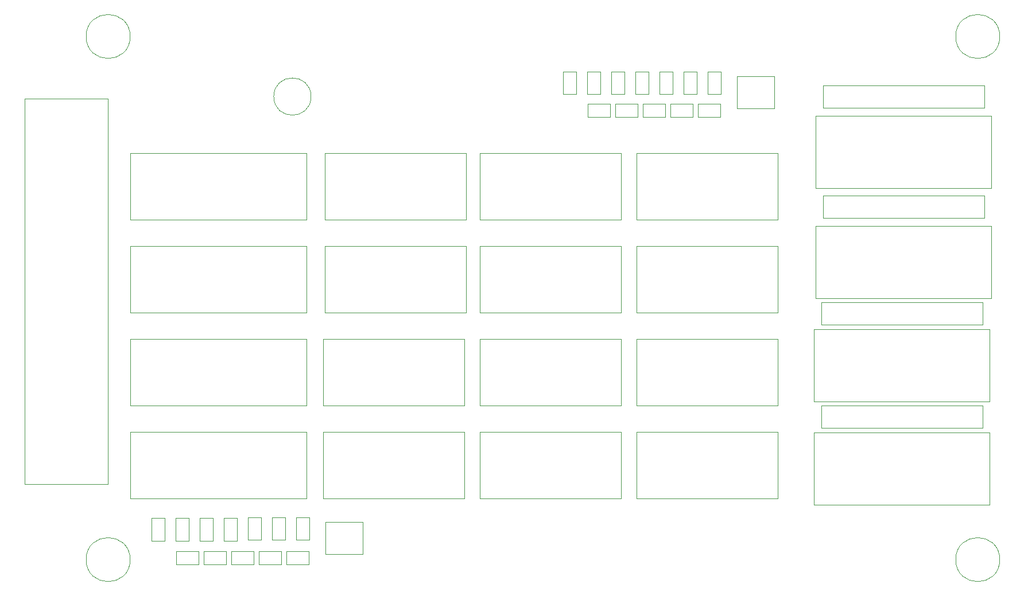
<source format=gbr>
%TF.GenerationSoftware,KiCad,Pcbnew,(5.1.10-1-10_14)*%
%TF.CreationDate,2021-08-16T01:31:51-04:00*%
%TF.ProjectId,sound,736f756e-642e-46b6-9963-61645f706362,rev?*%
%TF.SameCoordinates,Original*%
%TF.FileFunction,Other,User*%
%FSLAX46Y46*%
G04 Gerber Fmt 4.6, Leading zero omitted, Abs format (unit mm)*
G04 Created by KiCad (PCBNEW (5.1.10-1-10_14)) date 2021-08-16 01:31:51*
%MOMM*%
%LPD*%
G01*
G04 APERTURE LIST*
%ADD10C,0.050000*%
G04 APERTURE END LIST*
D10*
%TO.C,REF\u002A\u002A*%
X267410000Y-105410000D02*
G75*
G03*
X267410000Y-105410000I-3250000J0D01*
G01*
X267410000Y-28194000D02*
G75*
G03*
X267410000Y-28194000I-3250000J0D01*
G01*
%TO.C,U16*%
X213842000Y-68918000D02*
X234692000Y-68918000D01*
X234692000Y-68918000D02*
X234692000Y-59118000D01*
X234692000Y-59118000D02*
X213842000Y-59118000D01*
X213842000Y-59118000D02*
X213842000Y-68918000D01*
%TO.C,U15*%
X190728000Y-68918000D02*
X211578000Y-68918000D01*
X211578000Y-68918000D02*
X211578000Y-59118000D01*
X211578000Y-59118000D02*
X190728000Y-59118000D01*
X190728000Y-59118000D02*
X190728000Y-68918000D01*
%TO.C,U14*%
X167868000Y-68918000D02*
X188718000Y-68918000D01*
X188718000Y-68918000D02*
X188718000Y-59118000D01*
X188718000Y-59118000D02*
X167868000Y-59118000D01*
X167868000Y-59118000D02*
X167868000Y-68918000D01*
%TO.C,U13*%
X139166000Y-68918000D02*
X165116000Y-68918000D01*
X165116000Y-68918000D02*
X165116000Y-59118000D01*
X165116000Y-59118000D02*
X139166000Y-59118000D01*
X139166000Y-59118000D02*
X139166000Y-68918000D01*
%TO.C,U12*%
X213842000Y-55202000D02*
X234692000Y-55202000D01*
X234692000Y-55202000D02*
X234692000Y-45402000D01*
X234692000Y-45402000D02*
X213842000Y-45402000D01*
X213842000Y-45402000D02*
X213842000Y-55202000D01*
%TO.C,U11*%
X139166000Y-55202000D02*
X165116000Y-55202000D01*
X165116000Y-55202000D02*
X165116000Y-45402000D01*
X165116000Y-45402000D02*
X139166000Y-45402000D01*
X139166000Y-45402000D02*
X139166000Y-55202000D01*
%TO.C,U7*%
X190728000Y-55202000D02*
X211578000Y-55202000D01*
X211578000Y-55202000D02*
X211578000Y-45402000D01*
X211578000Y-45402000D02*
X190728000Y-45402000D01*
X190728000Y-45402000D02*
X190728000Y-55202000D01*
%TO.C,U5*%
X167868000Y-55202000D02*
X188718000Y-55202000D01*
X188718000Y-55202000D02*
X188718000Y-45402000D01*
X188718000Y-45402000D02*
X167868000Y-45402000D01*
X167868000Y-45402000D02*
X167868000Y-55202000D01*
%TO.C,RN4*%
X241378000Y-35434000D02*
X241378000Y-38734000D01*
X241378000Y-38734000D02*
X265128000Y-38734000D01*
X265128000Y-38734000D02*
X265128000Y-35434000D01*
X265128000Y-35434000D02*
X241378000Y-35434000D01*
%TO.C,RN3*%
X241378000Y-51690000D02*
X241378000Y-54990000D01*
X241378000Y-54990000D02*
X265128000Y-54990000D01*
X265128000Y-54990000D02*
X265128000Y-51690000D01*
X265128000Y-51690000D02*
X241378000Y-51690000D01*
%TO.C,R24*%
X206568000Y-33372000D02*
X208468000Y-33372000D01*
X208468000Y-33372000D02*
X208468000Y-36732000D01*
X208468000Y-36732000D02*
X206568000Y-36732000D01*
X206568000Y-36732000D02*
X206568000Y-33372000D01*
%TO.C,R23*%
X203012000Y-33372000D02*
X204912000Y-33372000D01*
X204912000Y-33372000D02*
X204912000Y-36732000D01*
X204912000Y-36732000D02*
X203012000Y-36732000D01*
X203012000Y-36732000D02*
X203012000Y-33372000D01*
%TO.C,R22*%
X206600000Y-40066000D02*
X206600000Y-38166000D01*
X206600000Y-38166000D02*
X209960000Y-38166000D01*
X209960000Y-38166000D02*
X209960000Y-40066000D01*
X209960000Y-40066000D02*
X206600000Y-40066000D01*
%TO.C,R21*%
X210124000Y-33372000D02*
X212024000Y-33372000D01*
X212024000Y-33372000D02*
X212024000Y-36732000D01*
X212024000Y-36732000D02*
X210124000Y-36732000D01*
X210124000Y-36732000D02*
X210124000Y-33372000D01*
%TO.C,R20*%
X210664000Y-40066000D02*
X210664000Y-38166000D01*
X210664000Y-38166000D02*
X214024000Y-38166000D01*
X214024000Y-38166000D02*
X214024000Y-40066000D01*
X214024000Y-40066000D02*
X210664000Y-40066000D01*
%TO.C,R19*%
X213680000Y-33372000D02*
X215580000Y-33372000D01*
X215580000Y-33372000D02*
X215580000Y-36732000D01*
X215580000Y-36732000D02*
X213680000Y-36732000D01*
X213680000Y-36732000D02*
X213680000Y-33372000D01*
%TO.C,R18*%
X214728000Y-40066000D02*
X214728000Y-38166000D01*
X214728000Y-38166000D02*
X218088000Y-38166000D01*
X218088000Y-38166000D02*
X218088000Y-40066000D01*
X218088000Y-40066000D02*
X214728000Y-40066000D01*
%TO.C,R17*%
X217236000Y-33372000D02*
X219136000Y-33372000D01*
X219136000Y-33372000D02*
X219136000Y-36732000D01*
X219136000Y-36732000D02*
X217236000Y-36732000D01*
X217236000Y-36732000D02*
X217236000Y-33372000D01*
%TO.C,R16*%
X218792000Y-40066000D02*
X218792000Y-38166000D01*
X218792000Y-38166000D02*
X222152000Y-38166000D01*
X222152000Y-38166000D02*
X222152000Y-40066000D01*
X222152000Y-40066000D02*
X218792000Y-40066000D01*
%TO.C,R15*%
X220792000Y-33372000D02*
X222692000Y-33372000D01*
X222692000Y-33372000D02*
X222692000Y-36732000D01*
X222692000Y-36732000D02*
X220792000Y-36732000D01*
X220792000Y-36732000D02*
X220792000Y-33372000D01*
%TO.C,R14*%
X222856000Y-40066000D02*
X222856000Y-38166000D01*
X222856000Y-38166000D02*
X226216000Y-38166000D01*
X226216000Y-38166000D02*
X226216000Y-40066000D01*
X226216000Y-40066000D02*
X222856000Y-40066000D01*
%TO.C,R13*%
X224348000Y-33372000D02*
X226248000Y-33372000D01*
X226248000Y-33372000D02*
X226248000Y-36732000D01*
X226248000Y-36732000D02*
X224348000Y-36732000D01*
X224348000Y-36732000D02*
X224348000Y-33372000D01*
%TO.C,Q2*%
X228664000Y-34100000D02*
X234124000Y-34100000D01*
X228664000Y-34100000D02*
X228664000Y-38840000D01*
X234124000Y-38840000D02*
X234124000Y-34100000D01*
X234124000Y-38840000D02*
X228664000Y-38840000D01*
%TO.C,J69*%
X135862000Y-37366000D02*
X123562000Y-37366000D01*
X123562000Y-37366000D02*
X123562000Y-94266000D01*
X123562000Y-94266000D02*
X135862000Y-94266000D01*
X135862000Y-94266000D02*
X135862000Y-37366000D01*
%TO.C,BAR4*%
X266188000Y-50542000D02*
X266188000Y-39882000D01*
X266188000Y-39882000D02*
X240288000Y-39882000D01*
X240288000Y-50542000D02*
X266188000Y-50542000D01*
X240288000Y-50542000D02*
X240288000Y-39882000D01*
%TO.C,BAR3*%
X266188000Y-66798000D02*
X266188000Y-56138000D01*
X266188000Y-56138000D02*
X240288000Y-56138000D01*
X240288000Y-66798000D02*
X266188000Y-66798000D01*
X240288000Y-66798000D02*
X240288000Y-56138000D01*
%TO.C,REF\u002A\u002A*%
X139140000Y-28194000D02*
G75*
G03*
X139140000Y-28194000I-3250000J0D01*
G01*
X139140000Y-105410000D02*
G75*
G03*
X139140000Y-105410000I-3250000J0D01*
G01*
%TO.C,RN2*%
X241124000Y-67438000D02*
X241124000Y-70738000D01*
X241124000Y-70738000D02*
X264874000Y-70738000D01*
X264874000Y-70738000D02*
X264874000Y-67438000D01*
X264874000Y-67438000D02*
X241124000Y-67438000D01*
%TO.C,RN1*%
X241124000Y-82678000D02*
X241124000Y-85978000D01*
X241124000Y-85978000D02*
X264874000Y-85978000D01*
X264874000Y-85978000D02*
X264874000Y-82678000D01*
X264874000Y-82678000D02*
X241124000Y-82678000D01*
%TO.C,BAR2*%
X265934000Y-82038000D02*
X265934000Y-71378000D01*
X265934000Y-71378000D02*
X240034000Y-71378000D01*
X240034000Y-82038000D02*
X265934000Y-82038000D01*
X240034000Y-82038000D02*
X240034000Y-71378000D01*
%TO.C,BAR1*%
X265934000Y-97278000D02*
X265934000Y-86618000D01*
X265934000Y-86618000D02*
X240034000Y-86618000D01*
X240034000Y-97278000D02*
X265934000Y-97278000D01*
X240034000Y-97278000D02*
X240034000Y-86618000D01*
%TO.C,U3*%
X139166000Y-96350000D02*
X165116000Y-96350000D01*
X165116000Y-96350000D02*
X165116000Y-86550000D01*
X165116000Y-86550000D02*
X139166000Y-86550000D01*
X139166000Y-86550000D02*
X139166000Y-96350000D01*
%TO.C,U1*%
X139166000Y-82634000D02*
X165116000Y-82634000D01*
X165116000Y-82634000D02*
X165116000Y-72834000D01*
X165116000Y-72834000D02*
X139166000Y-72834000D01*
X139166000Y-72834000D02*
X139166000Y-82634000D01*
%TO.C,R12*%
X163642000Y-99158000D02*
X165542000Y-99158000D01*
X165542000Y-99158000D02*
X165542000Y-102518000D01*
X165542000Y-102518000D02*
X163642000Y-102518000D01*
X163642000Y-102518000D02*
X163642000Y-99158000D01*
%TO.C,R11*%
X162150000Y-106106000D02*
X162150000Y-104206000D01*
X162150000Y-104206000D02*
X165510000Y-104206000D01*
X165510000Y-104206000D02*
X165510000Y-106106000D01*
X165510000Y-106106000D02*
X162150000Y-106106000D01*
%TO.C,R10*%
X160086000Y-99158000D02*
X161986000Y-99158000D01*
X161986000Y-99158000D02*
X161986000Y-102518000D01*
X161986000Y-102518000D02*
X160086000Y-102518000D01*
X160086000Y-102518000D02*
X160086000Y-99158000D01*
%TO.C,R9*%
X158086000Y-106106000D02*
X158086000Y-104206000D01*
X158086000Y-104206000D02*
X161446000Y-104206000D01*
X161446000Y-104206000D02*
X161446000Y-106106000D01*
X161446000Y-106106000D02*
X158086000Y-106106000D01*
%TO.C,R8*%
X156530000Y-99158000D02*
X158430000Y-99158000D01*
X158430000Y-99158000D02*
X158430000Y-102518000D01*
X158430000Y-102518000D02*
X156530000Y-102518000D01*
X156530000Y-102518000D02*
X156530000Y-99158000D01*
%TO.C,R7*%
X154022000Y-106106000D02*
X154022000Y-104206000D01*
X154022000Y-104206000D02*
X157382000Y-104206000D01*
X157382000Y-104206000D02*
X157382000Y-106106000D01*
X157382000Y-106106000D02*
X154022000Y-106106000D01*
%TO.C,R6*%
X152974000Y-99261500D02*
X154874000Y-99261500D01*
X154874000Y-99261500D02*
X154874000Y-102621500D01*
X154874000Y-102621500D02*
X152974000Y-102621500D01*
X152974000Y-102621500D02*
X152974000Y-99261500D01*
%TO.C,R5*%
X149958000Y-106106000D02*
X149958000Y-104206000D01*
X149958000Y-104206000D02*
X153318000Y-104206000D01*
X153318000Y-104206000D02*
X153318000Y-106106000D01*
X153318000Y-106106000D02*
X149958000Y-106106000D01*
%TO.C,R4*%
X149418000Y-99261500D02*
X151318000Y-99261500D01*
X151318000Y-99261500D02*
X151318000Y-102621500D01*
X151318000Y-102621500D02*
X149418000Y-102621500D01*
X149418000Y-102621500D02*
X149418000Y-99261500D01*
%TO.C,R3*%
X145894000Y-106106000D02*
X145894000Y-104206000D01*
X145894000Y-104206000D02*
X149254000Y-104206000D01*
X149254000Y-104206000D02*
X149254000Y-106106000D01*
X149254000Y-106106000D02*
X145894000Y-106106000D01*
%TO.C,R2*%
X142306000Y-99261500D02*
X144206000Y-99261500D01*
X144206000Y-99261500D02*
X144206000Y-102621500D01*
X144206000Y-102621500D02*
X142306000Y-102621500D01*
X142306000Y-102621500D02*
X142306000Y-99261500D01*
%TO.C,R1*%
X145862000Y-99261500D02*
X147762000Y-99261500D01*
X147762000Y-99261500D02*
X147762000Y-102621500D01*
X147762000Y-102621500D02*
X145862000Y-102621500D01*
X145862000Y-102621500D02*
X145862000Y-99261500D01*
%TO.C,Q1*%
X167958000Y-99886000D02*
X173418000Y-99886000D01*
X167958000Y-99886000D02*
X167958000Y-104626000D01*
X173418000Y-104626000D02*
X173418000Y-99886000D01*
X173418000Y-104626000D02*
X167958000Y-104626000D01*
%TO.C,U9*%
X213842000Y-96350000D02*
X234692000Y-96350000D01*
X234692000Y-96350000D02*
X234692000Y-86550000D01*
X234692000Y-86550000D02*
X213842000Y-86550000D01*
X213842000Y-86550000D02*
X213842000Y-96350000D01*
%TO.C,U10*%
X190728000Y-96350000D02*
X211578000Y-96350000D01*
X211578000Y-96350000D02*
X211578000Y-86550000D01*
X211578000Y-86550000D02*
X190728000Y-86550000D01*
X190728000Y-86550000D02*
X190728000Y-96350000D01*
%TO.C,U8*%
X167614000Y-96350000D02*
X188464000Y-96350000D01*
X188464000Y-96350000D02*
X188464000Y-86550000D01*
X188464000Y-86550000D02*
X167614000Y-86550000D01*
X167614000Y-86550000D02*
X167614000Y-96350000D01*
%TO.C,U6*%
X213842000Y-82634000D02*
X234692000Y-82634000D01*
X234692000Y-82634000D02*
X234692000Y-72834000D01*
X234692000Y-72834000D02*
X213842000Y-72834000D01*
X213842000Y-72834000D02*
X213842000Y-82634000D01*
%TO.C,U4*%
X190728000Y-82634000D02*
X211578000Y-82634000D01*
X211578000Y-82634000D02*
X211578000Y-72834000D01*
X211578000Y-72834000D02*
X190728000Y-72834000D01*
X190728000Y-72834000D02*
X190728000Y-82634000D01*
%TO.C,U2*%
X167614000Y-82634000D02*
X188464000Y-82634000D01*
X188464000Y-82634000D02*
X188464000Y-72834000D01*
X188464000Y-72834000D02*
X167614000Y-72834000D01*
X167614000Y-72834000D02*
X167614000Y-82634000D01*
%TO.C,C32*%
X165818000Y-37064000D02*
G75*
G03*
X165818000Y-37064000I-2750000J0D01*
G01*
%TD*%
M02*

</source>
